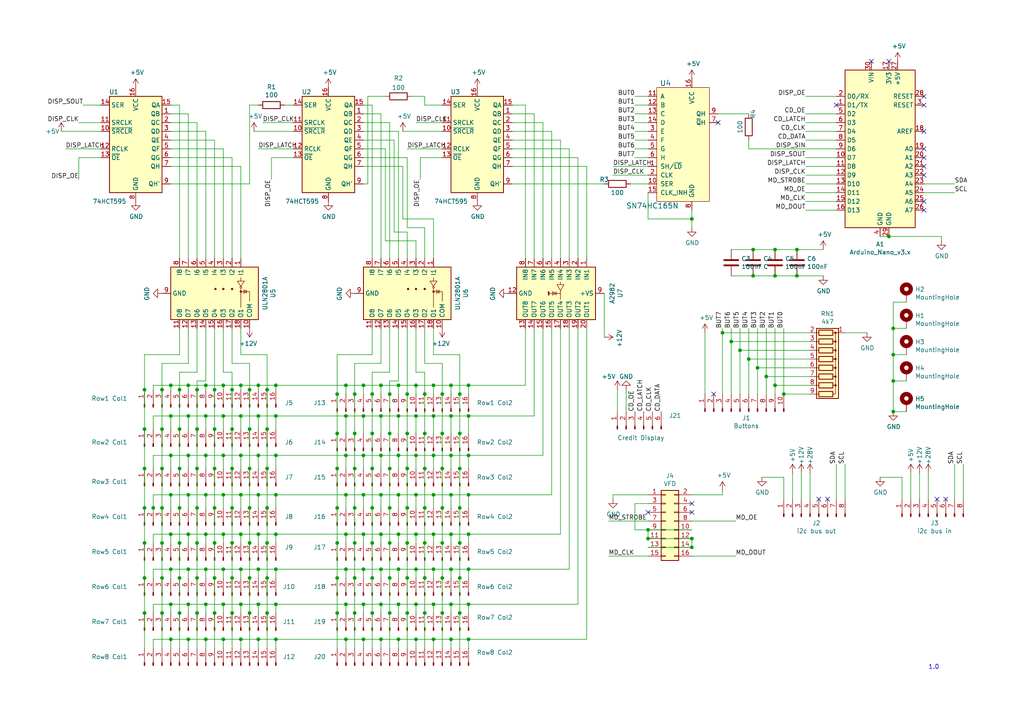
<source format=kicad_sch>
(kicad_sch (version 20211123) (generator eeschema)
  (paper "A4")
  (title_block (title "Anna and Elsa Fruit Machine Display Driver") (date "2019-05-05") (rev "1.0") (company "Woods Amusements"))
  (junction (at 59.69 165.1))
  (junction (at 125.73 132.08))
  (junction (at 62.23 135.89))
  (junction (at 115.57 154.94))
  (junction (at 67.31 147.32))
  (junction (at 123.19 157.48))
  (junction (at 69.85 185.42))
  (junction (at 130.81 120.65))
  (junction (at 41.91 177.8))
  (junction (at 41.91 124.46))
  (junction (at 77.47 157.48))
  (junction (at 123.19 135.89))
  (junction (at 102.87 125.73))
  (junction (at 115.57 165.1))
  (junction (at 130.81 111.76))
  (junction (at 69.85 132.08))
  (junction (at 41.91 147.32))
  (junction (at 41.91 167.64))
  (junction (at 135.89 120.65))
  (junction (at 133.35 125.73))
  (junction (at 54.61 185.42))
  (junction (at 219.71 106.68))
  (junction (at 105.41 175.26))
  (junction (at 128.27 114.3))
  (junction (at 115.57 143.51))
  (junction (at 118.11 167.64))
  (junction (at 46.99 157.48))
  (junction (at 125.73 120.65))
  (junction (at 118.11 114.3))
  (junction (at 110.49 165.1))
  (junction (at 74.93 154.94))
  (junction (at 52.07 177.8))
  (junction (at 102.87 167.64))
  (junction (at 97.79 167.64))
  (junction (at 77.47 167.64))
  (junction (at 105.41 185.42))
  (junction (at 125.73 143.51))
  (junction (at 107.95 147.32))
  (junction (at 77.47 147.32))
  (junction (at 49.53 165.1))
  (junction (at 110.49 154.94))
  (junction (at 135.89 132.08))
  (junction (at 74.93 111.76))
  (junction (at 115.57 120.65))
  (junction (at 257.81 68.58))
  (junction (at 120.65 132.08))
  (junction (at 74.93 165.1))
  (junction (at 54.61 154.94))
  (junction (at 133.35 147.32))
  (junction (at 217.17 104.14))
  (junction (at 80.01 175.26))
  (junction (at 227.33 114.3))
  (junction (at 224.79 80.01))
  (junction (at 128.27 177.8))
  (junction (at 67.31 135.89))
  (junction (at 52.07 167.64))
  (junction (at 125.73 154.94))
  (junction (at 72.39 177.8))
  (junction (at 135.89 154.94))
  (junction (at 102.87 135.89))
  (junction (at 69.85 120.65))
  (junction (at 80.01 132.08))
  (junction (at 62.23 157.48))
  (junction (at 74.93 185.42))
  (junction (at 128.27 135.89))
  (junction (at 200.66 156.21))
  (junction (at 64.77 165.1))
  (junction (at 59.69 154.94))
  (junction (at 130.81 175.26))
  (junction (at 118.11 147.32))
  (junction (at 123.19 114.3))
  (junction (at 130.81 143.51))
  (junction (at 128.27 125.73))
  (junction (at 52.07 113.03))
  (junction (at 123.19 177.8))
  (junction (at 64.77 132.08))
  (junction (at 110.49 143.51))
  (junction (at 97.79 147.32))
  (junction (at 80.01 185.42))
  (junction (at 57.15 147.32))
  (junction (at 130.81 185.42))
  (junction (at 120.65 120.65))
  (junction (at 102.87 157.48))
  (junction (at 46.99 135.89))
  (junction (at 231.14 80.01))
  (junction (at 41.91 113.03))
  (junction (at 125.73 111.76))
  (junction (at 64.77 111.76))
  (junction (at 130.81 154.94))
  (junction (at 52.07 157.48))
  (junction (at 133.35 167.64))
  (junction (at 64.77 185.42))
  (junction (at 69.85 165.1))
  (junction (at 49.53 175.26))
  (junction (at 259.08 119.38))
  (junction (at 100.33 111.76))
  (junction (at 46.99 177.8))
  (junction (at 187.96 153.67))
  (junction (at 57.15 113.03))
  (junction (at 67.31 157.48))
  (junction (at 113.03 114.3))
  (junction (at 107.95 125.73))
  (junction (at 259.08 95.25))
  (junction (at 135.89 165.1))
  (junction (at 62.23 113.03))
  (junction (at 118.11 135.89))
  (junction (at 105.41 120.65))
  (junction (at 120.65 165.1))
  (junction (at 113.03 135.89))
  (junction (at 200.66 158.75))
  (junction (at 118.11 125.73))
  (junction (at 135.89 185.42))
  (junction (at 105.41 154.94))
  (junction (at 212.09 99.06))
  (junction (at 57.15 135.89))
  (junction (at 67.31 167.64))
  (junction (at 259.08 102.87))
  (junction (at 67.31 177.8))
  (junction (at 54.61 175.26))
  (junction (at 120.65 143.51))
  (junction (at 113.03 177.8))
  (junction (at 105.41 165.1))
  (junction (at 77.47 177.8))
  (junction (at 133.35 157.48))
  (junction (at 123.19 167.64))
  (junction (at 100.33 132.08))
  (junction (at 49.53 132.08))
  (junction (at 74.93 143.51))
  (junction (at 59.69 120.65))
  (junction (at 64.77 154.94))
  (junction (at 120.65 111.76))
  (junction (at 120.65 175.26))
  (junction (at 54.61 120.65))
  (junction (at 135.89 111.76))
  (junction (at 200.66 63.5))
  (junction (at 69.85 143.51))
  (junction (at 46.99 113.03))
  (junction (at 107.95 135.89))
  (junction (at 54.61 165.1))
  (junction (at 74.93 120.65))
  (junction (at 218.44 72.39))
  (junction (at 110.49 120.65))
  (junction (at 64.77 120.65))
  (junction (at 62.23 177.8))
  (junction (at 49.53 143.51))
  (junction (at 209.55 96.52))
  (junction (at 97.79 177.8))
  (junction (at 97.79 114.3))
  (junction (at 72.39 135.89))
  (junction (at 57.15 124.46))
  (junction (at 67.31 113.03))
  (junction (at 59.69 111.76))
  (junction (at 259.08 110.49))
  (junction (at 123.19 125.73))
  (junction (at 100.33 120.65))
  (junction (at 123.19 147.32))
  (junction (at 135.89 143.51))
  (junction (at 222.25 109.22))
  (junction (at 133.35 135.89))
  (junction (at 125.73 165.1))
  (junction (at 62.23 147.32))
  (junction (at 135.89 175.26))
  (junction (at 110.49 185.42))
  (junction (at 54.61 143.51))
  (junction (at 128.27 167.64))
  (junction (at 214.63 101.6))
  (junction (at 80.01 143.51))
  (junction (at 80.01 111.76))
  (junction (at 49.53 154.94))
  (junction (at 113.03 167.64))
  (junction (at 57.15 167.64))
  (junction (at 97.79 157.48))
  (junction (at 128.27 157.48))
  (junction (at 57.15 157.48))
  (junction (at 59.69 175.26))
  (junction (at 80.01 120.65))
  (junction (at 113.03 157.48))
  (junction (at 72.39 167.64))
  (junction (at 49.53 111.76))
  (junction (at 52.07 135.89))
  (junction (at 49.53 120.65))
  (junction (at 110.49 111.76))
  (junction (at 115.57 175.26))
  (junction (at 100.33 175.26))
  (junction (at 115.57 132.08))
  (junction (at 110.49 132.08))
  (junction (at 107.95 157.48))
  (junction (at 100.33 154.94))
  (junction (at 80.01 154.94))
  (junction (at 100.33 143.51))
  (junction (at 46.99 167.64))
  (junction (at 97.79 125.73))
  (junction (at 69.85 175.26))
  (junction (at 113.03 147.32))
  (junction (at 72.39 124.46))
  (junction (at 64.77 143.51))
  (junction (at 77.47 124.46))
  (junction (at 52.07 124.46))
  (junction (at 100.33 165.1))
  (junction (at 74.93 132.08))
  (junction (at 130.81 132.08))
  (junction (at 133.35 177.8))
  (junction (at 107.95 167.64))
  (junction (at 69.85 154.94))
  (junction (at 187.96 156.21))
  (junction (at 41.91 135.89))
  (junction (at 218.44 80.01))
  (junction (at 100.33 185.42))
  (junction (at 125.73 175.26))
  (junction (at 128.27 147.32))
  (junction (at 59.69 132.08))
  (junction (at 54.61 111.76))
  (junction (at 105.41 132.08))
  (junction (at 133.35 114.3))
  (junction (at 41.91 157.48))
  (junction (at 46.99 147.32))
  (junction (at 44.45 147.32))
  (junction (at 120.65 185.42))
  (junction (at 107.95 114.3))
  (junction (at 105.41 143.51))
  (junction (at 52.07 147.32))
  (junction (at 118.11 157.48))
  (junction (at 102.87 177.8))
  (junction (at 105.41 111.76))
  (junction (at 125.73 185.42))
  (junction (at 118.11 177.8))
  (junction (at 115.57 185.42))
  (junction (at 54.61 132.08))
  (junction (at 113.03 125.73))
  (junction (at 59.69 143.51))
  (junction (at 107.95 177.8))
  (junction (at 102.87 147.32))
  (junction (at 224.79 72.39))
  (junction (at 67.31 124.46))
  (junction (at 120.65 154.94))
  (junction (at 59.69 185.42))
  (junction (at 97.79 135.89))
  (junction (at 62.23 124.46))
  (junction (at 110.49 175.26))
  (junction (at 72.39 157.48))
  (junction (at 69.85 111.76))
  (junction (at 77.47 113.03))
  (junction (at 64.77 175.26))
  (junction (at 72.39 147.32))
  (junction (at 46.99 124.46))
  (junction (at 72.39 113.03))
  (junction (at 74.93 175.26))
  (junction (at 57.15 177.8))
  (junction (at 49.53 185.42))
  (junction (at 231.14 72.39))
  (junction (at 224.79 111.76))
  (junction (at 130.81 165.1))
  (junction (at 115.57 111.76))
  (junction (at 62.23 167.64))
  (junction (at 80.01 165.1))
  (junction (at 102.87 114.3))
  (junction (at 77.47 135.89))
  (no_connect (at 267.97 43.18))
  (no_connect (at 208.28 35.56))
  (no_connect (at 187.96 148.59))
  (no_connect (at 267.97 58.42))
  (no_connect (at 274.32 144.78))
  (no_connect (at 267.97 50.8))
  (no_connect (at 257.81 17.78))
  (no_connect (at 207.01 114.3))
  (no_connect (at 267.97 38.1))
  (no_connect (at 252.73 17.78))
  (no_connect (at 240.03 144.78))
  (no_connect (at 271.78 144.78))
  (no_connect (at 267.97 30.48))
  (no_connect (at 200.66 148.59))
  (no_connect (at 200.66 146.05))
  (no_connect (at 267.97 45.72))
  (no_connect (at 267.97 60.96))
  (no_connect (at 267.97 48.26))
  (no_connect (at 237.49 144.78))
  (no_connect (at 242.57 30.48))
  (no_connect (at 267.97 27.94))
  (wire (pts (xy 74.93 43.18) (xy 85.09 43.18)))
  (wire (pts (xy 200.66 143.51) (xy 209.55 143.51)))
  (wire (pts (xy 184.15 40.64) (xy 187.96 40.64)))
  (wire (pts (xy 57.15 107.95) (xy 52.07 107.95)))
  (wire (pts (xy 107.95 167.64) (xy 107.95 177.8)))
  (wire (pts (xy 100.33 120.65) (xy 100.33 125.73)))
  (wire (pts (xy 118.11 114.3) (xy 118.11 125.73)))
  (wire (pts (xy 118.11 135.89) (xy 118.11 147.32)))
  (wire (pts (xy 52.07 107.95) (xy 52.07 113.03)))
  (wire (pts (xy 234.95 101.6) (xy 214.63 101.6)))
  (wire (pts (xy 255.27 68.58) (xy 257.81 68.58)))
  (wire (pts (xy 231.14 80.01) (xy 238.76 80.01)))
  (wire (pts (xy 49.53 33.02) (xy 54.61 33.02)))
  (wire (pts (xy 184.15 43.18) (xy 187.96 43.18)))
  (wire (pts (xy 130.81 111.76) (xy 135.89 111.76)))
  (wire (pts (xy 105.41 35.56) (xy 113.03 35.56)))
  (wire (pts (xy 262.89 95.25) (xy 259.08 95.25)))
  (wire (pts (xy 54.61 154.94) (xy 54.61 157.48)))
  (wire (pts (xy 130.81 132.08) (xy 130.81 135.89)))
  (wire (pts (xy 41.91 113.03) (xy 41.91 124.46)))
  (wire (pts (xy 64.77 175.26) (xy 64.77 177.8)))
  (wire (pts (xy 115.57 185.42) (xy 110.49 185.42)))
  (wire (pts (xy 64.77 43.18) (xy 64.77 74.93)))
  (wire (pts (xy 128.27 45.72) (xy 121.92 45.72)))
  (wire (pts (xy 224.79 111.76) (xy 224.79 114.3)))
  (wire (pts (xy 97.79 157.48) (xy 97.79 167.64)))
  (wire (pts (xy 123.19 107.95) (xy 123.19 114.3)))
  (wire (pts (xy 74.93 120.65) (xy 80.01 120.65)))
  (wire (pts (xy 113.03 135.89) (xy 113.03 147.32)))
  (wire (pts (xy 130.81 185.42) (xy 135.89 185.42)))
  (wire (pts (xy 46.99 167.64) (xy 46.99 177.8)))
  (wire (pts (xy 54.61 132.08) (xy 54.61 135.89)))
  (wire (pts (xy 133.35 135.89) (xy 133.35 147.32)))
  (wire (pts (xy 125.73 175.26) (xy 125.73 177.8)))
  (wire (pts (xy 160.02 95.25) (xy 160.02 143.51)))
  (wire (pts (xy 69.85 120.65) (xy 74.93 120.65)))
  (wire (pts (xy 200.66 63.5) (xy 200.66 66.04)))
  (wire (pts (xy 72.39 113.03) (xy 72.39 124.46)))
  (wire (pts (xy 113.03 157.48) (xy 113.03 167.64)))
  (wire (pts (xy 72.39 157.48) (xy 72.39 167.64)))
  (wire (pts (xy 217.17 43.18) (xy 242.57 43.18)))
  (wire (pts (xy 74.93 175.26) (xy 74.93 177.8)))
  (wire (pts (xy 80.01 165.1) (xy 74.93 165.1)))
  (wire (pts (xy 41.91 102.87) (xy 41.91 113.03)))
  (wire (pts (xy 110.49 185.42) (xy 110.49 187.96)))
  (wire (pts (xy 64.77 111.76) (xy 69.85 111.76)))
  (wire (pts (xy 59.69 143.51) (xy 59.69 147.32)))
  (wire (pts (xy 100.33 165.1) (xy 100.33 167.64)))
  (wire (pts (xy 123.19 27.94) (xy 123.19 30.48)))
  (wire (pts (xy 105.41 143.51) (xy 110.49 143.51)))
  (wire (pts (xy 105.41 33.02) (xy 110.49 33.02)))
  (wire (pts (xy 49.53 48.26) (xy 69.85 48.26)))
  (wire (pts (xy 233.68 58.42) (xy 242.57 58.42)))
  (wire (pts (xy 182.88 53.34) (xy 187.96 53.34)))
  (wire (pts (xy 118.11 157.48) (xy 118.11 167.64)))
  (wire (pts (xy 82.55 30.48) (xy 85.09 30.48)))
  (wire (pts (xy 130.81 143.51) (xy 135.89 143.51)))
  (wire (pts (xy 110.49 111.76) (xy 110.49 114.3)))
  (wire (pts (xy 130.81 143.51) (xy 130.81 147.32)))
  (wire (pts (xy 233.68 45.72) (xy 242.57 45.72)))
  (wire (pts (xy 266.7 137.16) (xy 266.7 144.78)))
  (wire (pts (xy 184.15 146.05) (xy 187.96 146.05)))
  (wire (pts (xy 59.69 185.42) (xy 59.69 187.96)))
  (wire (pts (xy 59.69 165.1) (xy 59.69 167.64)))
  (wire (pts (xy 64.77 132.08) (xy 69.85 132.08)))
  (wire (pts (xy 46.99 147.32) (xy 46.99 157.48)))
  (wire (pts (xy 67.31 147.32) (xy 67.31 157.48)))
  (wire (pts (xy 54.61 95.25) (xy 54.61 105.41)))
  (wire (pts (xy 111.76 43.18) (xy 111.76 69.85)))
  (wire (pts (xy 213.36 161.29) (xy 200.66 161.29)))
  (wire (pts (xy 120.65 154.94) (xy 120.65 157.48)))
  (wire (pts (xy 120.65 69.85) (xy 120.65 74.93)))
  (wire (pts (xy 125.73 165.1) (xy 120.65 165.1)))
  (wire (pts (xy 64.77 154.94) (xy 64.77 157.48)))
  (wire (pts (xy 276.86 53.34) (xy 267.97 53.34)))
  (wire (pts (xy 209.55 95.25) (xy 209.55 96.52)))
  (wire (pts (xy 165.1 95.25) (xy 165.1 165.1)))
  (wire (pts (xy 115.57 132.08) (xy 115.57 135.89)))
  (wire (pts (xy 218.44 80.01) (xy 224.79 80.01)))
  (wire (pts (xy 176.53 161.29) (xy 187.96 161.29)))
  (wire (pts (xy 212.09 99.06) (xy 212.09 114.3)))
  (wire (pts (xy 64.77 120.65) (xy 69.85 120.65)))
  (wire (pts (xy 49.53 185.42) (xy 49.53 187.96)))
  (wire (pts (xy 80.01 165.1) (xy 80.01 167.64)))
  (wire (pts (xy 115.57 111.76) (xy 115.57 114.3)))
  (wire (pts (xy 54.61 185.42) (xy 49.53 185.42)))
  (wire (pts (xy 118.11 167.64) (xy 118.11 177.8)))
  (wire (pts (xy 222.25 109.22) (xy 222.25 114.3)))
  (wire (pts (xy 135.89 111.76) (xy 135.89 114.3)))
  (wire (pts (xy 133.35 125.73) (xy 133.35 135.89)))
  (wire (pts (xy 54.61 165.1) (xy 49.53 165.1)))
  (wire (pts (xy 69.85 102.87) (xy 77.47 102.87)))
  (wire (pts (xy 133.35 102.87) (xy 133.35 114.3)))
  (wire (pts (xy 46.99 105.41) (xy 46.99 113.03)))
  (wire (pts (xy 46.99 177.8) (xy 46.99 187.96)))
  (wire (pts (xy 212.09 80.01) (xy 218.44 80.01)))
  (wire (pts (xy 187.96 153.67) (xy 200.66 153.67)))
  (wire (pts (xy 125.73 111.76) (xy 130.81 111.76)))
  (wire (pts (xy 49.53 143.51) (xy 49.53 147.32)))
  (wire (pts (xy 115.57 185.42) (xy 115.57 187.96)))
  (wire (pts (xy 152.4 111.76) (xy 135.89 111.76)))
  (wire (pts (xy 49.53 111.76) (xy 54.61 111.76)))
  (wire (pts (xy 107.95 114.3) (xy 107.95 125.73)))
  (wire (pts (xy 107.95 135.89) (xy 107.95 147.32)))
  (wire (pts (xy 105.41 30.48) (xy 107.95 30.48)))
  (wire (pts (xy 57.15 157.48) (xy 57.15 167.64)))
  (wire (pts (xy 209.55 143.51) (xy 209.55 142.24)))
  (wire (pts (xy 64.77 143.51) (xy 69.85 143.51)))
  (wire (pts (xy 54.61 175.26) (xy 49.53 175.26)))
  (wire (pts (xy 130.81 132.08) (xy 135.89 132.08)))
  (wire (pts (xy 227.33 95.25) (xy 227.33 114.3)))
  (wire (pts (xy 44.45 124.46) (xy 44.45 120.65)))
  (wire (pts (xy 80.01 175.26) (xy 74.93 175.26)))
  (wire (pts (xy 259.08 119.38) (xy 262.89 119.38)))
  (wire (pts (xy 264.16 137.16) (xy 264.16 144.78)))
  (wire (pts (xy 224.79 95.25) (xy 224.79 111.76)))
  (wire (pts (xy 135.89 143.51) (xy 160.02 143.51)))
  (wire (pts (xy 102.87 177.8) (xy 102.87 187.96)))
  (wire (pts (xy 69.85 165.1) (xy 64.77 165.1)))
  (wire (pts (xy 105.41 154.94) (xy 100.33 154.94)))
  (wire (pts (xy 123.19 105.41) (xy 128.27 105.41)))
  (wire (pts (xy 224.79 80.01) (xy 231.14 80.01)))
  (wire (pts (xy 123.19 125.73) (xy 123.19 135.89)))
  (wire (pts (xy 52.07 177.8) (xy 52.07 187.96)))
  (wire (pts (xy 233.68 35.56) (xy 242.57 35.56)))
  (wire (pts (xy 212.09 72.39) (xy 218.44 72.39)))
  (wire (pts (xy 187.96 158.75) (xy 200.66 158.75)))
  (wire (pts (xy 54.61 120.65) (xy 59.69 120.65)))
  (wire (pts (xy 69.85 154.94) (xy 64.77 154.94)))
  (wire (pts (xy 44.45 167.64) (xy 44.45 165.1)))
  (wire (pts (xy 67.31 135.89) (xy 67.31 147.32)))
  (wire (pts (xy 276.86 134.62) (xy 276.86 144.78)))
  (wire (pts (xy 214.63 101.6) (xy 214.63 114.3)))
  (wire (pts (xy 59.69 175.26) (xy 54.61 175.26)))
  (wire (pts (xy 187.96 156.21) (xy 187.96 153.67)))
  (wire (pts (xy 106.68 27.94) (xy 106.68 53.34)))
  (wire (pts (xy 105.41 165.1) (xy 105.41 167.64)))
  (wire (pts (xy 120.65 132.08) (xy 120.65 135.89)))
  (wire (pts (xy 105.41 120.65) (xy 105.41 125.73)))
  (wire (pts (xy 72.39 30.48) (xy 74.93 30.48)))
  (wire (pts (xy 100.33 154.94) (xy 80.01 154.94)))
  (wire (pts (xy 105.41 111.76) (xy 110.49 111.76)))
  (wire (pts (xy 279.4 134.62) (xy 279.4 144.78)))
  (wire (pts (xy 74.93 154.94) (xy 74.93 157.48)))
  (wire (pts (xy 74.93 175.26) (xy 69.85 175.26)))
  (wire (pts (xy 105.41 185.42) (xy 100.33 185.42)))
  (wire (pts (xy 74.93 132.08) (xy 80.01 132.08)))
  (wire (pts (xy 97.79 167.64) (xy 97.79 177.8)))
  (wire (pts (xy 69.85 175.26) (xy 69.85 177.8)))
  (wire (pts (xy 184.15 35.56) (xy 187.96 35.56)))
  (wire (pts (xy 105.41 45.72) (xy 118.11 45.72)))
  (wire (pts (xy 57.15 177.8) (xy 57.15 187.96)))
  (wire (pts (xy 54.61 120.65) (xy 54.61 124.46)))
  (wire (pts (xy 130.81 154.94) (xy 125.73 154.94)))
  (wire (pts (xy 49.53 175.26) (xy 49.53 177.8)))
  (wire (pts (xy 115.57 143.51) (xy 120.65 143.51)))
  (wire (pts (xy 135.89 154.94) (xy 135.89 157.48)))
  (wire (pts (xy 100.33 111.76) (xy 105.41 111.76)))
  (wire (pts (xy 177.8 48.26) (xy 187.96 48.26)))
  (wire (pts (xy 52.07 135.89) (xy 52.07 147.32)))
  (wire (pts (xy 69.85 132.08) (xy 69.85 135.89)))
  (wire (pts (xy 217.17 95.25) (xy 217.17 104.14)))
  (wire (pts (xy 77.47 157.48) (xy 77.47 167.64)))
  (wire (pts (xy 234.95 144.78) (xy 234.95 137.16)))
  (wire (pts (xy 234.95 99.06) (xy 212.09 99.06)))
  (wire (pts (xy 80.01 132.08) (xy 100.33 132.08)))
  (wire (pts (xy 64.77 165.1) (xy 59.69 165.1)))
  (wire (pts (xy 59.69 38.1) (xy 59.69 74.93)))
  (wire (pts (xy 269.24 144.78) (xy 269.24 137.16)))
  (wire (pts (xy 135.89 154.94) (xy 130.81 154.94)))
  (wire (pts (xy 125.73 120.65) (xy 125.73 125.73)))
  (wire (pts (xy 222.25 95.25) (xy 222.25 109.22)))
  (wire (pts (xy 62.23 167.64) (xy 62.23 177.8)))
  (wire (pts (xy 204.47 96.52) (xy 204.47 114.3)))
  (wire (pts (xy 59.69 132.08) (xy 59.69 135.89)))
  (wire (pts (xy 187.96 63.5) (xy 200.66 63.5)))
  (wire (pts (xy 113.03 107.95) (xy 107.95 107.95)))
  (wire (pts (xy 44.45 147.32) (xy 44.45 143.51)))
  (wire (pts (xy 57.15 95.25) (xy 57.15 107.95)))
  (wire (pts (xy 120.65 175.26) (xy 120.65 177.8)))
  (wire (pts (xy 57.15 35.56) (xy 57.15 74.93)))
  (wire (pts (xy 49.53 38.1) (xy 59.69 38.1)))
  (wire (pts (xy 80.01 120.65) (xy 100.33 120.65)))
  (wire (pts (xy 276.86 55.88) (xy 267.97 55.88)))
  (wire (pts (xy 120.65 95.25) (xy 120.65 107.95)))
  (wire (pts (xy 133.35 177.8) (xy 133.35 187.96)))
  (wire (pts (xy 77.47 124.46) (xy 77.47 135.89)))
  (wire (pts (xy 17.78 38.1) (xy 29.21 38.1)))
  (wire (pts (xy 49.53 35.56) (xy 57.15 35.56)))
  (wire (pts (xy 110.49 143.51) (xy 115.57 143.51)))
  (wire (pts (xy 105.41 132.08) (xy 105.41 135.89)))
  (wire (pts (xy 69.85 154.94) (xy 69.85 157.48)))
  (wire (pts (xy 125.73 154.94) (xy 125.73 157.48)))
  (wire (pts (xy 67.31 113.03) (xy 67.31 124.46)))
  (wire (pts (xy 184.15 153.67) (xy 184.15 146.05)))
  (wire (pts (xy 72.39 53.34) (xy 72.39 30.48)))
  (wire (pts (xy 110.49 132.08) (xy 115.57 132.08)))
  (wire (pts (xy 123.19 30.48) (xy 128.27 30.48)))
  (wire (pts (xy 118.11 177.8) (xy 118.11 187.96)))
  (wire (pts (xy 44.45 135.89) (xy 44.45 132.08)))
  (wire (pts (xy 74.93 143.51) (xy 80.01 143.51)))
  (wire (pts (xy 80.01 111.76) (xy 100.33 111.76)))
  (wire (pts (xy 125.73 185.42) (xy 130.81 185.42)))
  (wire (pts (xy 187.96 156.21) (xy 200.66 156.21)))
  (wire (pts (xy 125.73 111.76) (xy 125.73 114.3)))
  (wire (pts (xy 67.31 95.25) (xy 67.31 105.41)))
  (wire (pts (xy 100.33 120.65) (xy 105.41 120.65)))
  (wire (pts (xy 102.87 167.64) (xy 102.87 177.8)))
  (wire (pts (xy 49.53 53.34) (xy 72.39 53.34)))
  (wire (pts (xy 209.55 96.52) (xy 209.55 114.3)))
  (wire (pts (xy 125.73 95.25) (xy 125.73 102.87)))
  (wire (pts (xy 110.49 154.94) (xy 105.41 154.94)))
  (wire (pts (xy 187.96 55.88) (xy 187.96 63.5)))
  (wire (pts (xy 107.95 177.8) (xy 107.95 187.96)))
  (wire (pts (xy 115.57 110.49) (xy 113.03 110.49)))
  (wire (pts (xy 115.57 111.76) (xy 120.65 111.76)))
  (wire (pts (xy 125.73 132.08) (xy 125.73 135.89)))
  (wire (pts (xy 57.15 135.89) (xy 57.15 147.32)))
  (wire (pts (xy 107.95 102.87) (xy 97.79 102.87)))
  (wire (pts (xy 41.91 135.89) (xy 41.91 147.32)))
  (wire (pts (xy 64.77 107.95) (xy 67.31 107.95)))
  (wire (pts (xy 148.59 38.1) (xy 160.02 38.1)))
  (wire (pts (xy 259.08 95.25) (xy 259.08 102.87)))
  (wire (pts (xy 128.27 125.73) (xy 128.27 135.89)))
  (wire (pts (xy 107.95 125.73) (xy 107.95 135.89)))
  (wire (pts (xy 100.33 143.51) (xy 105.41 143.51)))
  (wire (pts (xy 130.81 175.26) (xy 130.81 177.8)))
  (wire (pts (xy 67.31 167.64) (xy 67.31 177.8)))
  (wire (pts (xy 62.23 40.64) (xy 62.23 74.93)))
  (wire (pts (xy 135.89 175.26) (xy 135.89 177.8)))
  (wire (pts (xy 46.99 124.46) (xy 46.99 135.89)))
  (wire (pts (xy 148.59 53.34) (xy 175.26 53.34)))
  (wire (pts (xy 224.79 72.39) (xy 231.14 72.39)))
  (wire (pts (xy 77.47 113.03) (xy 77.47 124.46)))
  (wire (pts (xy 107.95 157.48) (xy 107.95 167.64)))
  (wire (pts (xy 165.1 43.18) (xy 165.1 74.93)))
  (wire (pts (xy 133.35 114.3) (xy 133.35 125.73)))
  (wire (pts (xy 135.89 165.1) (xy 130.81 165.1)))
  (wire (pts (xy 110.49 111.76) (xy 115.57 111.76)))
  (wire (pts (xy 123.19 147.32) (xy 123.19 157.48)))
  (wire (pts (xy 74.93 185.42) (xy 69.85 185.42)))
  (wire (pts (xy 59.69 175.26) (xy 59.69 177.8)))
  (wire (pts (xy 233.68 55.88) (xy 242.57 55.88)))
  (wire (pts (xy 62.23 135.89) (xy 62.23 147.32)))
  (wire (pts (xy 107.95 95.25) (xy 107.95 102.87)))
  (wire (pts (xy 49.53 43.18) (xy 64.77 43.18)))
  (wire (pts (xy 69.85 175.26) (xy 64.77 175.26)))
  (wire (pts (xy 44.45 120.65) (xy 49.53 120.65)))
  (wire (pts (xy 217.17 104.14) (xy 217.17 114.3)))
  (wire (pts (xy 128.27 147.32) (xy 128.27 157.48)))
  (wire (pts (xy 128.27 135.89) (xy 128.27 147.32)))
  (wire (pts (xy 120.65 111.76) (xy 125.73 111.76)))
  (wire (pts (xy 52.07 95.25) (xy 52.07 102.87)))
  (wire (pts (xy 64.77 185.42) (xy 64.77 187.96)))
  (wire (pts (xy 105.41 132.08) (xy 110.49 132.08)))
  (wire (pts (xy 97.79 177.8) (xy 97.79 187.96)))
  (wire (pts (xy 54.61 132.08) (xy 59.69 132.08)))
  (wire (pts (xy 100.33 165.1) (xy 80.01 165.1)))
  (wire (pts (xy 72.39 177.8) (xy 72.39 187.96)))
  (wire (pts (xy 100.33 132.08) (xy 105.41 132.08)))
  (wire (pts (xy 130.81 120.65) (xy 130.81 125.73)))
  (wire (pts (xy 44.45 113.03) (xy 44.45 111.76)))
  (wire (pts (xy 105.41 175.26) (xy 105.41 177.8)))
  (wire (pts (xy 232.41 137.16) (xy 232.41 144.78)))
  (wire (pts (xy 49.53 40.64) (xy 62.23 40.64)))
  (wire (pts (xy 234.95 111.76) (xy 224.79 111.76)))
  (wire (pts (xy 54.61 185.42) (xy 54.61 187.96)))
  (wire (pts (xy 73.66 38.1) (xy 85.09 38.1)))
  (wire (pts (xy 234.95 96.52) (xy 209.55 96.52)))
  (wire (pts (xy 110.49 165.1) (xy 105.41 165.1)))
  (wire (pts (xy 49.53 165.1) (xy 49.53 167.64)))
  (wire (pts (xy 80.01 185.42) (xy 80.01 187.96)))
  (wire (pts (xy 44.45 154.94) (xy 49.53 154.94)))
  (wire (pts (xy 116.84 38.1) (xy 128.27 38.1)))
  (wire (pts (xy 259.08 102.87) (xy 259.08 110.49)))
  (wire (pts (xy 77.47 102.87) (xy 77.47 113.03)))
  (wire (pts (xy 52.07 147.32) (xy 52.07 157.48)))
  (wire (pts (xy 69.85 111.76) (xy 69.85 113.03)))
  (wire (pts (xy 135.89 132.08) (xy 135.89 135.89)))
  (wire (pts (xy 110.49 154.94) (xy 110.49 157.48)))
  (wire (pts (xy 69.85 95.25) (xy 69.85 102.87)))
  (wire (pts (xy 100.33 175.26) (xy 100.33 177.8)))
  (wire (pts (xy 59.69 154.94) (xy 54.61 154.94)))
  (wire (pts (xy 130.81 111.76) (xy 130.81 114.3)))
  (wire (pts (xy 49.53 132.08) (xy 49.53 135.89)))
  (wire (pts (xy 80.01 132.08) (xy 80.01 135.89)))
  (wire (pts (xy 115.57 38.1) (xy 115.57 74.93)))
  (wire (pts (xy 72.39 105.41) (xy 72.39 113.03)))
  (wire (pts (xy 115.57 165.1) (xy 110.49 165.1)))
  (wire (pts (xy 128.27 167.64) (xy 128.27 177.8)))
  (wire (pts (xy 135.89 185.42) (xy 170.18 185.42)))
  (wire (pts (xy 69.85 143.51) (xy 69.85 147.32)))
  (wire (pts (xy 130.81 165.1) (xy 125.73 165.1)))
  (wire (pts (xy 105.41 40.64) (xy 114.3 40.64)))
  (wire (pts (xy 119.38 27.94) (xy 123.19 27.94)))
  (wire (pts (xy 41.91 167.64) (xy 41.91 177.8)))
  (wire (pts (xy 148.59 45.72) (xy 167.64 45.72)))
  (wire (pts (xy 22.86 35.56) (xy 29.21 35.56)))
  (wire (pts (xy 57.15 110.49) (xy 57.15 113.03)))
  (wire (pts (xy 214.63 95.25) (xy 214.63 101.6)))
  (wire (pts (xy 123.19 135.89) (xy 123.19 147.32)))
  (wire (pts (xy 100.33 132.08) (xy 100.33 135.89)))
  (wire (pts (xy 62.23 124.46) (xy 62.23 135.89)))
  (wire (pts (xy 110.49 120.65) (xy 115.57 120.65)))
  (wire (pts (xy 128.27 114.3) (xy 128.27 125.73)))
  (wire (pts (xy 100.33 143.51) (xy 100.33 147.32)))
  (wire (pts (xy 212.09 95.25) (xy 212.09 99.06)))
  (wire (pts (xy 128.27 177.8) (xy 128.27 187.96)))
  (wire (pts (xy 110.49 185.42) (xy 105.41 185.42)))
  (wire (pts (xy 69.85 165.1) (xy 69.85 167.64)))
  (wire (pts (xy 54.61 175.26) (xy 54.61 177.8)))
  (wire (pts (xy 57.15 167.64) (xy 57.15 177.8)))
  (wire (pts (xy 52.07 167.64) (xy 52.07 177.8)))
  (wire (pts (xy 102.87 125.73) (xy 102.87 135.89)))
  (wire (pts (xy 130.81 120.65) (xy 135.89 120.65)))
  (wire (pts (xy 59.69 120.65) (xy 59.69 124.46)))
  (wire (pts (xy 125.73 185.42) (xy 125.73 187.96)))
  (wire (pts (xy 234.95 109.22) (xy 222.25 109.22)))
  (wire (pts (xy 41.91 157.48) (xy 41.91 167.64)))
  (wire (pts (xy 59.69 185.42) (xy 54.61 185.42)))
  (wire (pts (xy 170.18 95.25) (xy 170.18 185.42)))
  (wire (pts (xy 67.31 124.46) (xy 67.31 135.89)))
  (wire (pts (xy 123.19 95.25) (xy 123.19 105.41)))
  (wire (pts (xy 113.03 110.49) (xy 113.03 114.3)))
  (wire (pts (xy 148.59 35.56) (xy 157.48 35.56)))
  (wire (pts (xy 74.93 111.76) (xy 74.93 113.03)))
  (wire (pts (xy 69.85 111.76) (xy 74.93 111.76)))
  (wire (pts (xy 152.4 95.25) (xy 152.4 111.76)))
  (wire (pts (xy 44.45 185.42) (xy 44.45 187.96)))
  (wire (pts (xy 44.45 177.8) (xy 44.45 175.26)))
  (wire (pts (xy 80.01 185.42) (xy 74.93 185.42)))
  (wire (pts (xy 49.53 111.76) (xy 49.53 113.03)))
  (wire (pts (xy 67.31 177.8) (xy 67.31 187.96)))
  (wire (pts (xy 46.99 113.03) (xy 46.99 124.46)))
  (wire (pts (xy 54.61 33.02) (xy 54.61 74.93)))
  (wire (pts (xy 80.01 120.65) (xy 80.01 124.46)))
  (wire (pts (xy 72.39 147.32) (xy 72.39 157.48)))
  (wire (pts (xy 49.53 120.65) (xy 54.61 120.65)))
  (wire (pts (xy 80.01 175.26) (xy 80.01 177.8)))
  (wire (pts (xy 177.8 50.8) (xy 187.96 50.8)))
  (wire (pts (xy 59.69 110.49) (xy 57.15 110.49)))
  (wire (pts (xy 125.73 120.65) (xy 130.81 120.65)))
  (wire (pts (xy 110.49 132.08) (xy 110.49 135.89)))
  (wire (pts (xy 167.64 175.26) (xy 135.89 175.26)))
  (wire (pts (xy 187.96 153.67) (xy 184.15 153.67)))
  (wire (pts (xy 69.85 185.42) (xy 64.77 185.42)))
  (wire (pts (xy 62.23 157.48) (xy 62.23 167.64)))
  (wire (pts (xy 52.07 124.46) (xy 52.07 135.89)))
  (wire (pts (xy 69.85 120.65) (xy 69.85 124.46)))
  (wire (pts (xy 219.71 106.68) (xy 219.71 114.3)))
  (wire (pts (xy 54.61 105.41) (xy 46.99 105.41)))
  (wire (pts (xy 217.17 33.02) (xy 208.28 33.02)))
  (wire (pts (xy 121.92 45.72) (xy 121.92 52.07)))
  (wire (pts (xy 133.35 167.64) (xy 133.35 177.8)))
  (wire (pts (xy 57.15 113.03) (xy 57.15 124.46)))
  (wire (pts (xy 105.41 175.26) (xy 100.33 175.26)))
  (wire (pts (xy 135.89 120.65) (xy 135.89 125.73)))
  (wire (pts (xy 67.31 105.41) (xy 72.39 105.41)))
  (wire (pts (xy 54.61 111.76) (xy 59.69 111.76)))
  (wire (pts (xy 255.27 138.43) (xy 261.62 138.43)))
  (wire (pts (xy 41.91 177.8) (xy 41.91 187.96)))
  (wire (pts (xy 116.84 63.5) (xy 125.73 63.5)))
  (wire (pts (xy 120.65 120.65) (xy 120.65 125.73)))
  (wire (pts (xy 120.65 185.42) (xy 115.57 185.42)))
  (wire (pts (xy 54.61 143.51) (xy 54.61 147.32)))
  (wire (pts (xy 123.19 157.48) (xy 123.19 167.64)))
  (wire (pts (xy 120.65 175.26) (xy 115.57 175.26)))
  (wire (pts (xy 59.69 132.08) (xy 64.77 132.08)))
  (wire (pts (xy 80.01 154.94) (xy 74.93 154.94)))
  (wire (pts (xy 184.15 30.48) (xy 187.96 30.48)))
  (wire (pts (xy 120.65 143.51) (xy 120.65 147.32)))
  (wire (pts (xy 233.68 40.64) (xy 242.57 40.64)))
  (wire (pts (xy 259.08 87.63) (xy 262.89 87.63)))
  (wire (pts (xy 74.93 120.65) (xy 74.93 124.46)))
  (wire (pts (xy 148.59 40.64) (xy 162.56 40.64)))
  (wire (pts (xy 125.73 154.94) (xy 120.65 154.94)))
  (wire (pts (xy 24.13 30.48) (xy 29.21 30.48)))
  (wire (pts (xy 273.05 68.58) (xy 273.05 69.85)))
  (wire (pts (xy 102.87 147.32) (xy 102.87 157.48)))
  (wire (pts (xy 160.02 38.1) (xy 160.02 74.93)))
  (wire (pts (xy 157.48 35.56) (xy 157.48 74.93)))
  (wire (pts (xy 116.84 48.26) (xy 116.84 63.5)))
  (wire (pts (xy 152.4 30.48) (xy 152.4 74.93)))
  (wire (pts (xy 107.95 107.95) (xy 107.95 114.3)))
  (wire (pts (xy 130.81 165.1) (xy 130.81 167.64)))
  (wire (pts (xy 85.09 45.72) (xy 78.74 45.72)))
  (wire (pts (xy 49.53 132.08) (xy 54.61 132.08)))
  (wire (pts (xy 115.57 120.65) (xy 115.57 125.73)))
  (wire (pts (xy 245.11 96.52) (xy 251.46 96.52)))
  (wire (pts (xy 49.53 165.1) (xy 44.45 165.1)))
  (wire (pts (xy 69.85 143.51) (xy 74.93 143.51)))
  (wire (pts (xy 114.3 67.31) (xy 118.11 67.31)))
  (wire (pts (xy 105.41 48.26) (xy 116.84 48.26)))
  (wire (pts (xy 107.95 147.32) (xy 107.95 157.48)))
  (wire (pts (xy 218.44 72.39) (xy 224.79 72.39)))
  (wire (pts (xy 125.73 143.51) (xy 130.81 143.51)))
  (wire (pts (xy 52.07 157.48) (xy 52.07 167.64)))
  (wire (pts (xy 69.85 48.26) (xy 69.85 74.93)))
  (wire (pts (xy 59.69 95.25) (xy 59.69 110.49)))
  (wire (pts (xy 110.49 175.26) (xy 105.41 175.26)))
  (wire (pts (xy 120.65 35.56) (xy 128.27 35.56)))
  (wire (pts (xy 97.79 147.32) (xy 97.79 157.48)))
  (wire (pts (xy 64.77 132.08) (xy 64.77 135.89)))
  (wire (pts (xy 148.59 30.48) (xy 152.4 30.48)))
  (wire (pts (xy 97.79 102.87) (xy 97.79 114.3)))
  (wire (pts (xy 107.95 30.48) (xy 107.95 74.93)))
  (wire (pts (xy 167.64 45.72) (xy 167.64 74.93)))
  (wire (pts (xy 105.41 165.1) (xy 100.33 165.1)))
  (wire (pts (xy 105.41 111.76) (xy 105.41 114.3)))
  (wire (pts (xy 110.49 143.51) (xy 110.49 147.32)))
  (wire (pts (xy 233.68 48.26) (xy 242.57 48.26)))
  (wire (pts (xy 227.33 138.43) (xy 227.33 144.78)))
  (wire (pts (xy 162.56 154.94) (xy 135.89 154.94)))
  (wire (pts (xy 115.57 165.1) (xy 115.57 167.64)))
  (wire (pts (xy 234.95 104.14) (xy 217.17 104.14)))
  (wire (pts (xy 135.89 143.51) (xy 135.89 147.32)))
  (wire (pts (xy 80.01 143.51) (xy 100.33 143.51)))
  (wire (pts (xy 115.57 132.08) (xy 120.65 132.08)))
  (wire (pts (xy 130.81 175.26) (xy 125.73 175.26)))
  (wire (pts (xy 118.11 95.25) (xy 118.11 114.3)))
  (wire (pts (xy 184.15 33.02) (xy 187.96 33.02)))
  (wire (pts (xy 74.93 165.1) (xy 74.93 167.64)))
  (wire (pts (xy 110.49 105.41) (xy 102.87 105.41)))
  (wire (pts (xy 120.65 185.42) (xy 125.73 185.42)))
  (wire (pts (xy 133.35 147.32) (xy 133.35 157.48)))
  (wire (pts (xy 123.19 66.04) (xy 123.19 74.93)))
  (wire (pts (xy 130.81 185.42) (xy 130.81 187.96)))
  (wire (pts (xy 44.45 111.76) (xy 49.53 111.76)))
  (wire (pts (xy 120.65 132.08) (xy 125.73 132.08)))
  (wire (pts (xy 115.57 175.26) (xy 110.49 175.26)))
  (wire (pts (xy 157.48 95.25) (xy 157.48 132.08)))
  (wire (pts (xy 106.68 27.94) (xy 111.76 27.94)))
  (wire (pts (xy 64.77 154.94) (xy 59.69 154.94)))
  (wire (pts (xy 78.74 45.72) (xy 78.74 52.07)))
  (wire (pts (xy 41.91 147.32) (xy 41.91 157.48)))
  (wire (pts (xy 245.11 134.62) (xy 245.11 144.78)))
  (wire (pts (xy 62.23 113.03) (xy 62.23 124.46)))
  (wire (pts (xy 113.03 95.25) (xy 113.03 107.95)))
  (wire (pts (xy 113.03 114.3) (xy 113.03 125.73)))
  (wire (pts (xy 102.87 157.48) (xy 102.87 167.64)))
  (wire (pts (xy 233.68 38.1) (xy 242.57 38.1)))
  (wire (pts (xy 29.21 45.72) (xy 22.86 45.72)))
  (wire (pts (xy 54.61 165.1) (xy 54.61 167.64)))
  (wire (pts (xy 135.89 120.65) (xy 154.94 120.65)))
  (wire (pts (xy 233.68 60.96) (xy 242.57 60.96)))
  (wire (pts (xy 120.65 165.1) (xy 120.65 167.64)))
  (wire (pts (xy 46.99 135.89) (xy 46.99 147.32)))
  (wire (pts (xy 120.65 185.42) (xy 120.65 187.96)))
  (wire (pts (xy 115.57 143.51) (xy 115.57 147.32)))
  (wire (pts (xy 62.23 177.8) (xy 62.23 187.96)))
  (wire (pts (xy 72.39 167.64) (xy 72.39 177.8)))
  (wire (pts (xy 100.33 185.42) (xy 80.01 185.42)))
  (wire (pts (xy 259.08 110.49) (xy 259.08 119.38)))
  (wire (pts (xy 111.76 69.85) (xy 120.65 69.85)))
  (wire (pts (xy 105.41 53.34) (xy 106.68 53.34)))
  (wire (pts (xy 120.65 111.76) (xy 120.65 114.3)))
  (wire (pts (xy 44.45 148.59) (xy 44.45 147.32)))
  (wire (pts (xy 118.11 43.18) (xy 128.27 43.18)))
  (wire (pts (xy 257.81 68.58) (xy 273.05 68.58)))
  (wire (pts (xy 242.57 134.62) (xy 242.57 144.78)))
  (wire (pts (xy 62.23 147.32) (xy 62.23 157.48)))
  (wire (pts (xy 154.94 33.02) (xy 154.94 74.93)))
  (wire (pts (xy 100.33 185.42) (xy 100.33 187.96)))
  (wire (pts (xy 54.61 143.51) (xy 59.69 143.51)))
  (wire (pts (xy 110.49 95.25) (xy 110.49 105.41)))
  (wire (pts (xy 233.68 33.02) (xy 242.57 33.02)))
  (wire (pts (xy 46.99 157.48) (xy 46.99 167.64)))
  (wire (pts (xy 187.96 143.51) (xy 177.8 143.51)))
  (wire (pts (xy 77.47 147.32) (xy 77.47 157.48)))
  (wire (pts (xy 41.91 124.46) (xy 41.91 135.89)))
  (wire (pts (xy 22.86 45.72) (xy 22.86 52.07)))
  (wire (pts (xy 148.59 33.02) (xy 154.94 33.02)))
  (wire (pts (xy 69.85 132.08) (xy 74.93 132.08)))
  (wire (pts (xy 125.73 63.5) (xy 125.73 74.93)))
  (wire (pts (xy 105.41 143.51) (xy 105.41 147.32)))
  (wire (pts (xy 113.03 125.73) (xy 113.03 135.89)))
  (wire (pts (xy 261.62 138.43) (xy 261.62 144.78)))
  (wire (pts (xy 57.15 124.46) (xy 57.15 135.89)))
  (wire (pts (xy 49.53 185.42) (xy 44.45 185.42)))
  (wire (pts (xy 80.01 111.76) (xy 80.01 113.03)))
  (wire (pts (xy 242.57 27.94) (xy 233.68 27.94)))
  (wire (pts (xy 130.81 154.94) (xy 130.81 157.48)))
  (wire (pts (xy 135.89 175.26) (xy 130.81 175.26)))
  (wire (pts (xy 77.47 167.64) (xy 77.47 177.8)))
  (wire (pts (xy 128.27 157.48) (xy 128.27 167.64)))
  (wire (pts (xy 64.77 95.25) (xy 64.77 107.95)))
  (wire (pts (xy 64.77 165.1) (xy 64.77 167.64)))
  (wire (pts (xy 123.19 167.64) (xy 123.19 177.8)))
  (wire (pts (xy 115.57 154.94) (xy 110.49 154.94)))
  (wire (pts (xy 49.53 154.94) (xy 54.61 154.94)))
  (wire (pts (xy 74.93 154.94) (xy 69.85 154.94)))
  (wire (pts (xy 52.07 30.48) (xy 52.07 74.93)))
  (wire (pts (xy 100.33 111.76) (xy 100.33 114.3)))
  (wire (pts (xy 100.33 154.94) (xy 100.33 157.48)))
  (wire (pts (xy 64.77 185.42) (xy 59.69 185.42)))
  (wire (pts (xy 80.01 143.51) (xy 80.01 147.32)))
  (wire (pts (xy 229.87 137.16) (xy 229.87 144.78)))
  (wire (pts (xy 118.11 125.73) (xy 118.11 135.89)))
  (wire (pts (xy 49.53 45.72) (xy 67.31 45.72)))
  (wire (pts (xy 200.66 60.96) (xy 200.66 63.5)))
  (wire (pts (xy 165.1 165.1) (xy 135.89 165.1)))
  (wire (pts (xy 97.79 135.89) (xy 97.79 147.32)))
  (wire (pts (xy 125.73 102.87) (xy 133.35 102.87)))
  (wire (pts (xy 52.07 113.03) (xy 52.07 124.46)))
  (wire (pts (xy 105.41 120.65) (xy 110.49 120.65)))
  (wire (pts (xy 74.93 111.76) (xy 80.01 111.76)))
  (wire (pts (xy 97.79 114.3) (xy 97.79 125.73)))
  (wire (pts (xy 135.89 185.42) (xy 135.89 187.96)))
  (wire (pts (xy 234.95 114.3) (xy 227.33 114.3)))
  (wire (pts (xy 102.87 114.3) (xy 102.87 125.73)))
  (wire (pts (xy 114.3 40.64) (xy 114.3 67.31)))
  (wire (pts (xy 97.79 125.73) (xy 97.79 135.89)))
  (wire (pts (xy 64.77 143.51) (xy 64.77 147.32)))
  (wire (pts (xy 64.77 120.65) (xy 64.77 124.46)))
  (wire (pts (xy 118.11 66.04) (xy 123.19 66.04)))
  (wire (pts (xy 49.53 30.48) (xy 52.07 30.48)))
  (wire (pts (xy 49.53 120.65) (xy 49.53 124.46)))
  (wire (pts (xy 44.45 157.48) (xy 44.45 154.94)))
  (wire (pts (xy 80.01 154.94) (xy 80.01 157.48)))
  (wire (pts (xy 54.61 111.76) (xy 54.61 113.03)))
  (wire (pts (xy 67.31 157.48) (xy 67.31 167.64)))
  (wire (pts (xy 120.65 154.94) (xy 115.57 154.94)))
  (wire (pts (xy 259.08 102.87) (xy 262.89 102.87)))
  (wire (pts (xy 118.11 45.72) (xy 118.11 66.04)))
  (wire (pts (xy 125.73 143.51) (xy 125.73 147.32)))
  (wire (pts (xy 77.47 177.8) (xy 77.47 187.96)))
  (wire (pts (xy 49.53 154.94) (xy 49.53 157.48)))
  (wire (pts (xy 259.08 110.49) (xy 262.89 110.49)))
  (wire (pts (xy 105.41 154.94) (xy 105.41 157.48)))
  (wire (pts (xy 231.14 72.39) (xy 238.76 72.39)))
  (wire (pts (xy 184.15 38.1) (xy 187.96 38.1)))
  (wire (pts (xy 44.45 132.08) (xy 49.53 132.08)))
  (wire (pts (xy 113.03 35.56) (xy 113.03 74.93)))
  (wire (pts (xy 74.93 143.51) (xy 74.93 147.32)))
  (wire (pts (xy 113.03 167.64) (xy 113.03 177.8)))
  (wire (pts (xy 200.66 151.13) (xy 213.36 151.13)))
  (wire (pts (xy 105.41 185.42) (xy 105.41 187.96)))
  (wire (pts (xy 74.93 165.1) (xy 69.85 165.1)))
  (wire (pts (xy 74.93 185.42) (xy 74.93 187.96)))
  (wire (pts (xy 128.27 105.41) (xy 128.27 114.3)))
  (wire (pts (xy 184.15 45.72) (xy 187.96 45.72)))
  (wire (pts (xy 72.39 135.89) (xy 72.39 147.32)))
  (wire (pts (xy 115.57 95.25) (xy 115.57 110.49)))
  (wire (pts (xy 52.07 102.87) (xy 41.91 102.87)))
  (wire (pts (xy 74.93 132.08) (xy 74.93 135.89)))
  (wire (pts (xy 233.68 50.8) (xy 242.57 50.8)))
  (wire (pts (xy 102.87 135.89) (xy 102.87 147.32)))
  (wire (pts (xy 19.05 43.18) (xy 29.21 43.18)))
  (wire (pts (xy 125.73 165.1) (xy 125.73 167.64)))
  (wire (pts (xy 135.89 132.08) (xy 157.48 132.08)))
  (wire (pts (xy 110.49 175.26) (xy 110.49 177.8)))
  (wire (pts (xy 64.77 175.26) (xy 59.69 175.26)))
  (wire (pts (xy 57.15 147.32) (xy 57.15 157.48)))
  (wire (pts (xy 177.8 143.51) (xy 177.8 144.78)))
  (wire (pts (xy 118.11 147.32) (xy 118.11 157.48)))
  (wire (pts (xy 100.33 175.26) (xy 80.01 175.26)))
  (wire (pts (xy 175.26 85.09) (xy 175.26 97.79)))
  (wire (pts (xy 105.41 43.18) (xy 111.76 43.18)))
  (wire (pts (xy 113.03 147.32) (xy 113.03 157.48)))
  (wire (pts (xy 219.71 95.25) (xy 219.71 106.68)))
  (wire (pts (xy 110.49 33.02) (xy 110.49 74.93)))
  (wire (pts (xy 187.96 151.13) (xy 176.53 151.13)))
  (wire (pts (xy 162.56 40.64) (xy 162.56 74.93)))
  (wire (pts (xy 125.73 132.08) (xy 130.81 132.08)))
  (wire (pts (xy 123.19 177.8) (xy 123.19 187.96)))
  (wire (pts (xy 115.57 154.94) (xy 115.57 157.48)))
  (wire (pts (xy 113.03 177.8) (xy 113.03 187.96)))
  (wire (pts (xy 105.41 38.1) (xy 115.57 38.1)))
  (wire (pts (xy 162.56 95.25) (xy 162.56 154.94)))
  (wire (pts (xy 123.19 114.3) (xy 123.19 125.73)))
  (wire (pts (xy 148.59 48.26) (xy 170.18 48.26)))
  (wire (pts (xy 120.65 120.65) (xy 125.73 120.65)))
  (wire (pts (xy 234.95 106.68) (xy 219.71 106.68)))
  (wire (pts (xy 69.85 185.42) (xy 69.85 187.96)))
  (wire (pts (xy 59.69 154.94) (xy 59.69 157.48)))
  (wire (pts (xy 67.31 45.72) (xy 67.31 74.93)))
  (wire (pts (xy 49.53 175.26) (xy 44.45 175.26)))
  (wire (pts (xy 59.69 111.76) (xy 59.69 113.03)))
  (wire (pts (xy 44.45 143.51) (xy 49.53 143.51)))
  (wire (pts (xy 120.65 107.95) (xy 123.19 107.95)))
  (wire (pts (xy 118.11 67.31) (xy 118.11 74.93)))
  (wire (pts (xy 220.98 138.43) (xy 227.33 138.43)))
  (wire (pts (xy 76.2 35.56) (xy 85.09 35.56)))
  (wire (pts (xy 179.07 113.03) (xy 179.07 119.38)))
  (wire (pts (xy 167.64 95.25) (xy 167.64 175.26)))
  (wire (pts (xy 59.69 165.1) (xy 54.61 165.1)))
  (wire (pts (xy 59.69 143.51) (xy 64.77 143.51)))
  (wire (pts (xy 115.57 120.65) (xy 120.65 120.65)))
  (wire (pts (xy 62.23 95.25) (xy 62.23 113.03)))
  (wire (pts (xy 115.57 175.26) (xy 115.57 177.8)))
  (wire (pts (xy 77.47 135.89) (xy 77.47 147.32)))
  (wire (pts (xy 187.96 27.94) (xy 184.15 27.94)))
  (wire (pts (xy 200.66 156.21) (xy 200.66 158.75)))
  (wire (pts (xy 120.65 165.1) (xy 115.57 165.1)))
  (wire (pts (xy 133.35 157.48) (xy 133.35 167.64)))
  (wire (pts (xy 102.87 105.41) (xy 102.87 114.3)))
  (wire (pts (xy 59.69 111.76) (xy 64.77 111.76)))
  (wire (pts (xy 120.65 143.51) (xy 125.73 143.51)))
  (wire (pts (xy 64.77 111.76) (xy 64.77 113.03)))
  (wire (pts (xy 72.39 124.46) (xy 72.39 135.89)))
  (wire (pts (xy 170.18 48.26) (xy 170.18 74.93)))
  (wire (pts (xy 217.17 43.18) (xy 217.17 40.64)))
  (wire (pts (xy 154.94 95.25) (xy 154.94 120.65)))
  (wire (pts (xy 125.73 175.26) (xy 120.65 175.26)))
  (wire (pts (xy 233.68 53.34) (xy 242.57 53.34)))
  (wire (pts (xy 110.49 120.65) (xy 110.49 125.73)))
  (wire (pts (xy 135.89 165.1) (xy 135.89 167.64)))
  (wire (pts (xy 181.61 113.03) (xy 181.61 119.38)))
  (wire (pts (xy 67.31 107.95) (xy 67.31 113.03)))
  (wire (pts (xy 49.53 143.51) (xy 54.61 143.51)))
  (wire (pts (xy 259.08 95.25) (xy 259.08 87.63)))
  (wire (pts (xy 110.49 165.1) (xy 110.49 167.64)))
  (wire (pts (xy 59.69 120.65) (xy 64.77 120.65)))
  (wire (pts (xy 148.59 43.18) (xy 165.1 43.18)))
  (text "1.0" (at 269.24 194.31 0) (effects (font (size 1.27 1.27)) (justify left bottom)))
  (label "MD_OE" (at 233.68 55.88 180))
  (label "SCL" (at 245.11 134.62 90))
  (label "CD_LATCH" (at 186.69 119.38 90))
  (label "MD_DOUT" (at 233.68 60.96 180))
  (label "BUT1" (at 184.15 30.48 180))
  (label "DISP_CLK" (at 22.86 35.56 180))
  (label "CD_OE" (at 233.68 33.02 180))
  (label "SDA" (at 276.86 134.62 90))
  (label "BUT3" (at 219.71 95.25 90))
  (label "MD_OE" (at 213.36 151.13 0))
  (label "DISP_CLK" (at 120.65 35.56 0))
  (label "SCL" (at 279.4 134.62 90))
  (label "CD_DATA" (at 233.68 40.64 180))
  (label "BUT7" (at 209.55 95.25 90))
  (label "BUT4" (at 217.17 95.25 90))
  (label "DISP_LATCH" (at 19.05 43.18 0))
  (label "DISP_LATCH" (at 74.93 43.18 0))
  (label "DISP_SOUT" (at 24.13 30.48 180))
  (label "DISP_OE" (at 78.74 52.07 270))
  (label "MD_STROBE" (at 176.53 151.13 0))
  (label "DISP_LATCH" (at 233.68 48.26 180))
  (label "DISP_OE" (at 233.68 27.94 180))
  (label "DISP_CLK" (at 177.8 50.8 0))
  (label "MD_CLK" (at 233.68 58.42 180))
  (label "MD_DOUT" (at 213.36 161.29 0))
  (label "BUT7" (at 184.15 45.72 180))
  (label "MD_STROBE" (at 233.68 53.34 180))
  (label "DISP_OE" (at 121.92 52.07 270))
  (label "DISP_CLK" (at 233.68 50.8 180))
  (label "DISP_LATCH" (at 118.11 43.18 0))
  (label "DISP_LATCH" (at 177.8 48.26 0))
  (label "CD_DATA" (at 191.77 119.38 90))
  (label "BUT0" (at 227.33 95.25 90))
  (label "CD_LATCH" (at 233.68 35.56 180))
  (label "DISP_SOUT" (at 233.68 45.72 180))
  (label "BUT0" (at 184.15 27.94 180))
  (label "SDA" (at 276.86 53.34 0))
  (label "BUT4" (at 184.15 38.1 180))
  (label "CD_CLK" (at 189.23 119.38 90))
  (label "SDA" (at 242.57 134.62 90))
  (label "BUT3" (at 184.15 35.56 180))
  (label "DISP_OE" (at 22.86 52.07 180))
  (label "BUT2" (at 222.25 95.25 90))
  (label "SCL" (at 276.86 55.88 0))
  (label "CD_OE" (at 184.15 119.38 90))
  (label "BUT5" (at 214.63 95.25 90))
  (label "BUT2" (at 184.15 33.02 180))
  (label "DISP_CLK" (at 76.2 35.56 0))
  (label "DISP_SIN" (at 233.68 43.18 180))
  (label "MD_CLK" (at 176.53 161.29 0))
  (label "CD_CLK" (at 233.68 38.1 180))
  (label "BUT6" (at 212.09 95.25 90))
  (label "BUT6" (at 184.15 43.18 180))
  (label "BUT5" (at 184.15 40.64 180))
  (label "BUT1" (at 224.79 95.25 90))
  (symbol (lib_id "anna_elsa_displaydriver-rescue:Arduino_Nano_v3.x-MCU_Module-anna_elsa_displaydriver-rescue") (at 255.27 43.18 0) (unit 1)
    (property "Reference" "A1" (at 255.27 70.8406 0))
    (property "Value" "Arduino_Nano_v3.x" (at 255.27 73.152 0))
    (property "Footprint" "Module:Arduino_Nano" (effects hide))
    (property "Datasheet" "http://www.mouser.com/pdfdocs/Gravitech_Arduino_Nano3_0.pdf" (effects hide))
  )
  (symbol (lib_id "74xx:74HCT595") (at 39.37 40.64 0) (unit 1)
    (property "Reference" "U1" (at 33.02 26.67 0))
    (property "Value" "74HCT595" (at 31.75 58.42 0))
    (property "Footprint" "Package_DIP:DIP-16_W7.62mm_Socket_LongPads" (effects hide))
    (property "Datasheet" "https://assets.nexperia.com/documents/data-sheet/74HC_HCT595.pdf" (effects hide))
  )
  (symbol (lib_id "74xx:74HCT595") (at 95.25 40.64 0) (unit 1)
    (property "Reference" "U2" (at 88.9 26.67 0))
    (property "Value" "74HCT595" (at 87.63 58.42 0))
    (property "Footprint" "Package_DIP:DIP-16_W7.62mm_Socket_LongPads" (effects hide))
    (property "Datasheet" "https://assets.nexperia.com/documents/data-sheet/74HC_HCT595.pdf" (effects hide))
  )
  (symbol (lib_id "74xx:74HCT595") (at 138.43 40.64 0) (unit 1)
    (property "Reference" "U3" (at 132.08 26.67 0))
    (property "Value" "74HCT595" (at 130.81 58.42 0))
    (property "Footprint" "Package_DIP:DIP-16_W7.62mm_Socket_LongPads" (effects hide))
    (property "Datasheet" "https://assets.nexperia.com/documents/data-sheet/74HC_HCT595.pdf" (effects hide))
  )
  (symbol (lib_id "anna_elsa_displaydriver-rescue:SN74HC165N-dk_Logic-Shift-Registers-anna_elsa_displaydriver-rescue") (at 200.66 40.64 0) (unit 1)
    (property "Reference" "U4" (at 193.04 24.13 0) (effects (font (size 1.524 1.524))))
    (property "Value" "SN74HC165N" (at 189.23 59.69 0) (effects (font (size 1.524 1.524))))
    (property "Footprint" "Package_DIP:DIP-16_W7.62mm" (effects hide))
    (property "Datasheet" "http://www.ti.com/general/docs/suppproductinfo.tsp?distId=10&gotoUrl=http%3A%2F%2Fwww.ti.com%2Flit%2Fgpn%2Fsn74hc165" (effects hide))
    (property "Digi-Key_PN" "296-8251-5-ND" (effects hide))
    (property "MPN" "SN74HC165N" (effects hide))
    (property "Category" "Integrated Circuits (ICs)" (effects hide))
    (property "Family" "Logic - Shift Registers" (effects hide))
    (property "DK_Datasheet_Link" "http://www.ti.com/general/docs/suppproductinfo.tsp?distId=10&gotoUrl=http%3A%2F%2Fwww.ti.com%2Flit%2Fgpn%2Fsn74hc165" (effects hide))
    (property "DK_Detail_Page" "/product-detail/en/texas-instruments/SN74HC165N/296-8251-5-ND/376966" (effects hide))
    (property "Description" "IC 8-BIT SHIFT REGISTER 16-DIP" (effects hide))
    (property "Manufacturer" "Texas Instruments" (effects hide))
    (property "Status" "Active" (effects hide))
  )
  (symbol (lib_id "Transistor_Array:ULN2801A") (at 120.65 85.09 270) (unit 1)
    (property "Reference" "U6" (at 135.0518 85.09 0))
    (property "Value" "ULN2801A" (at 132.7404 85.09 0))
    (property "Footprint" "Package_DIP:DIP-18_W7.62mm_LongPads" (effects hide))
    (property "Datasheet" "http://www.promelec.ru/pdf/1536.pdf" (effects hide))
  )
  (symbol (lib_id "Transistor_Array:ULN2801A") (at 64.77 85.09 270) (unit 1)
    (property "Reference" "U5" (at 79.1718 85.09 0))
    (property "Value" "ULN2801A" (at 76.8604 85.09 0))
    (property "Footprint" "Package_DIP:DIP-18_W7.62mm_LongPads" (effects hide))
    (property "Datasheet" "http://www.promelec.ru/pdf/1536.pdf" (effects hide))
  )
  (symbol (lib_id "anna_elsa_displaydriver-rescue:+5V-power-anna_elsa_displaydriver-rescue") (at 260.35 17.78 0) (unit 1)
    (property "Reference" "#PWR0101" (effects hide))
    (property "Value" "+5V" (at 260.731 13.3858 0))
  )
  (symbol (lib_id "anna_elsa_displaydriver-rescue:+5V-power-anna_elsa_displaydriver-rescue") (at 138.43 25.4 0) (unit 1)
    (property "Reference" "#PWR0103" (effects hide))
    (property "Value" "+5V" (at 138.811 21.0058 0))
  )
  (symbol (lib_id "anna_elsa_displaydriver-rescue:+5V-power-anna_elsa_displaydriver-rescue") (at 95.25 25.4 0) (unit 1)
    (property "Reference" "#PWR0104" (effects hide))
    (property "Value" "+5V" (at 95.631 21.0058 0))
  )
  (symbol (lib_id "anna_elsa_displaydriver-rescue:+5V-power-anna_elsa_displaydriver-rescue") (at 39.37 25.4 0) (unit 1)
    (property "Reference" "#PWR0105" (effects hide))
    (property "Value" "+5V" (at 39.751 21.0058 0))
  )
  (symbol (lib_id "anna_elsa_displaydriver-rescue:GND-power-anna_elsa_displaydriver-rescue") (at 273.05 69.85 0) (unit 1)
    (property "Reference" "#PWR0106" (effects hide))
    (property "Value" "GND" (at 273.177 74.2442 0))
  )
  (symbol (lib_id "anna_elsa_displaydriver-rescue:GND-power-anna_elsa_displaydriver-rescue") (at 200.66 66.04 0) (unit 1)
    (property "Reference" "#PWR0107" (effects hide))
    (property "Value" "GND" (at 200.787 70.4342 0))
  )
  (symbol (lib_id "anna_elsa_displaydriver-rescue:GND-power-anna_elsa_displaydriver-rescue") (at 138.43 58.42 0) (unit 1)
    (property "Reference" "#PWR0108" (effects hide))
    (property "Value" "GND" (at 138.557 62.8142 0))
  )
  (symbol (lib_id "anna_elsa_displaydriver-rescue:GND-power-anna_elsa_displaydriver-rescue") (at 39.37 58.42 0) (unit 1)
    (property "Reference" "#PWR0110" (effects hide))
    (property "Value" "GND" (at 39.497 62.8142 0))
  )
  (symbol (lib_id "anna_elsa_displaydriver-rescue:GND-power-anna_elsa_displaydriver-rescue") (at 46.99 85.09 270) (unit 1)
    (property "Reference" "#PWR0112" (effects hide))
    (property "Value" "GND" (at 42.5958 85.217 0))
  )
  (symbol (lib_id "Connector:Conn_01x10_Male") (at 214.63 119.38 90) (unit 1)
    (property "Reference" "J1" (at 216.4588 121.2342 90))
    (property "Value" "Buttons" (at 216.4588 123.5456 90))
    (property "Footprint" "Connector_Phoenix_MC:PhoenixContact_MCV_1,5_10-G-3.5_1x10_P3.50mm_Vertical" (effects hide))
  )
  (symbol (lib_id "anna_elsa_displaydriver-rescue:+5V-power-anna_elsa_displaydriver-rescue") (at 204.47 96.52 0) (unit 1)
    (property "Reference" "#PWR0113" (effects hide))
    (property "Value" "+5V" (at 204.851 92.1258 0))
  )
  (symbol (lib_id "Mechanical:MountingHole_Pad") (at 262.89 92.71 0) (unit 1)
    (property "Reference" "H1" (at 265.43 91.5416 0) (effects (justify left)))
    (property "Value" "MountingHole" (at 265.43 93.853 0) (effects (justify left)))
    (property "Footprint" "MountingHole:MountingHole_3.2mm_M3_DIN965_Pad" (effects hide))
  )
  (symbol (lib_id "Mechanical:MountingHole_Pad") (at 262.89 100.33 0) (unit 1)
    (property "Reference" "H3" (at 265.43 99.1616 0) (effects (justify left)))
    (property "Value" "MountingHole" (at 265.43 101.473 0) (effects (justify left)))
    (property "Footprint" "MountingHole:MountingHole_3.2mm_M3_DIN965_Pad" (effects hide))
  )
  (symbol (lib_id "Mechanical:MountingHole_Pad") (at 262.89 107.95 0) (unit 1)
    (property "Reference" "H4" (at 265.43 106.7816 0) (effects (justify left)))
    (property "Value" "MountingHole" (at 265.43 109.093 0) (effects (justify left)))
    (property "Footprint" "MountingHole:MountingHole_3.2mm_M3_DIN965_Pad" (effects hide))
  )
  (symbol (lib_id "Mechanical:MountingHole_Pad") (at 262.89 116.84 0) (unit 1)
    (property "Reference" "H5" (at 265.43 115.6716 0) (effects (justify left)))
    (property "Value" "MountingHole" (at 265.43 117.983 0) (effects (justify left)))
    (property "Footprint" "MountingHole:MountingHole_3.2mm_M3_DIN965_Pad" (effects hide))
  )
  (symbol (lib_id "anna_elsa_displaydriver-rescue:+5V-power-anna_elsa_displaydriver-rescue") (at 116.84 38.1 0) (unit 1)
    (property "Reference" "#PWR0117" (effects hide))
    (property "Value" "+5V" (at 117.221 33.7058 0))
  )
  (symbol (lib_id "anna_elsa_displaydriver-rescue:+5V-power-anna_elsa_displaydriver-rescue") (at 73.66 38.1 0) (unit 1)
    (property "Reference" "#PWR0118" (effects hide))
    (property "Value" "+5V" (at 74.041 33.7058 0))
  )
  (symbol (lib_id "anna_elsa_displaydriver-rescue:+5V-power-anna_elsa_displaydriver-rescue") (at 17.78 38.1 0) (unit 1)
    (property "Reference" "#PWR0119" (effects hide))
    (property "Value" "+5V" (at 15.24 38.1 0))
  )
  (symbol (lib_id "Transistor_Array:A2982") (at 162.56 85.09 270) (unit 1)
    (property "Reference" "U7" (at 179.8574 85.09 0))
    (property "Value" "A2982" (at 177.546 85.09 0))
    (property "Footprint" "Package_DIP:DIP-20_W7.62mm_Socket" (effects hide))
    (property "Datasheet" "https://www.allegromicro.com/~/media/Files/Datasheets/A2981-2-Datasheet.ashx" (effects hide))
  )
  (symbol (lib_id "anna_elsa_displaydriver-rescue:GND-power-anna_elsa_displaydriver-rescue") (at 147.32 85.09 270) (unit 1)
    (property "Reference" "#PWR0111" (effects hide))
    (property "Value" "GND" (at 142.9258 85.217 0))
  )
  (symbol (lib_id "anna_elsa_displaydriver-rescue:+12V-power-anna_elsa_displaydriver-rescue") (at 175.26 97.79 270) (unit 1)
    (property "Reference" "#PWR0120" (effects hide))
    (property "Value" "+12V" (at 179.6542 98.171 0))
  )
  (symbol (lib_id "anna_elsa_displaydriver-rescue:+12V-power-anna_elsa_displaydriver-rescue") (at 128.27 95.25 180) (unit 1)
    (property "Reference" "#PWR0121" (effects hide))
    (property "Value" "+12V" (at 127.889 99.6442 0))
  )
  (symbol (lib_id "anna_elsa_displaydriver-rescue:+12V-power-anna_elsa_displaydriver-rescue") (at 72.39 95.25 180) (unit 1)
    (property "Reference" "#PWR0122" (effects hide))
    (property "Value" "+12V" (at 72.009 99.6442 0))
  )
  (symbol (lib_id "Connector:Conn_01x08_Male") (at 234.95 149.86 90) (unit 1)
    (property "Reference" "J2" (at 236.7788 151.7142 90))
    (property "Value" "i2c bus out" (at 236.7788 154.0256 90))
    (property "Footprint" "Connector_Phoenix_MC:PhoenixContact_MCV_1,5_8-G-3.5_1x08_P3.50mm_Vertical" (effects hide))
  )
  (symbol (lib_id "Connector:Conn_01x08_Male") (at 269.24 149.86 90) (unit 1)
    (property "Reference" "J3" (at 271.0688 151.7142 90))
    (property "Value" "i2c bus in" (at 271.0688 154.0256 90))
    (property "Footprint" "Connector_Phoenix_MC:PhoenixContact_MCV_1,5_8-G-3.5_1x08_P3.50mm_Vertical" (effects hide))
  )
  (symbol (lib_id "anna_elsa_displaydriver-rescue:+28V-power-anna_elsa_displaydriver-rescue") (at 234.95 137.16 0) (unit 1)
    (property "Reference" "#PWR05" (effects hide))
    (property "Value" "+28V" (at 234.95 132.08 90))
  )
  (symbol (lib_id "anna_elsa_displaydriver-rescue:GND-power-anna_elsa_displaydriver-rescue") (at 102.87 85.09 270) (unit 1)
    (property "Reference" "#PWR0123" (effects hide))
    (property "Value" "GND" (at 98.4758 85.217 0))
  )
  (symbol (lib_id "anna_elsa_displaydriver-rescue:GND-power-anna_elsa_displaydriver-rescue") (at 220.98 138.43 0) (unit 1)
    (property "Reference" "#PWR0127" (effects hide))
    (property "Value" "GND" (at 221.107 142.8242 0))
  )
  (symbol (lib_id "anna_elsa_displaydriver-rescue:+12V-power-anna_elsa_displaydriver-rescue") (at 232.41 137.16 0) (unit 1)
    (property "Reference" "#PWR0128" (effects hide))
    (property "Value" "+12V" (at 232.41 132.08 90))
  )
  (symbol (lib_id "anna_elsa_displaydriver-rescue:+5V-power-anna_elsa_displaydriver-rescue") (at 229.87 137.16 0) (unit 1)
    (property "Reference" "#PWR0129" (effects hide))
    (property "Value" "+5V" (at 229.87 132.08 90))
  )
  (symbol (lib_id "anna_elsa_displaydriver-rescue:+28V-power-anna_elsa_displaydriver-rescue") (at 269.24 137.16 0) (unit 1)
    (property "Reference" "#PWR06" (effects hide))
    (property "Value" "+28V" (at 269.24 132.08 90))
  )
  (symbol (lib_id "Device:C") (at 212.09 76.2 0) (unit 1)
    (property "Reference" "C3" (at 215.011 75.0316 0) (effects (justify left)))
    (property "Value" "100nF" (at 215.011 77.343 0) (effects (justify left)))
    (property "Footprint" "Capacitor_THT:C_Disc_D4.3mm_W1.9mm_P5.00mm" (effects hide))
  )
  (symbol (lib_id "Device:C") (at 218.44 76.2 0) (unit 1)
    (property "Reference" "C4" (at 221.361 75.0316 0) (effects (justify left)))
    (property "Value" "C" (at 221.361 77.343 0) (effects (justify left)))
    (property "Footprint" "Capacitor_THT:C_Disc_D4.3mm_W1.9mm_P5.00mm" (effects hide))
  )
  (symbol (lib_id "Device:C") (at 224.79 76.2 0) (unit 1)
    (property "Reference" "C5" (at 227.711 75.0316 0) (effects (justify left)))
    (property "Value" "100nF" (at 227.711 77.343 0) (effects (justify left)))
    (property "Footprint" "Capacitor_THT:C_Disc_D4.3mm_W1.9mm_P5.00mm" (effects hide))
  )
  (symbol (lib_id "Device:C") (at 231.14 76.2 0) (unit 1)
    (property "Reference" "C6" (at 234.061 75.0316 0) (effects (justify left)))
    (property "Value" "100nF" (at 234.061 77.343 0) (effects (justify left)))
    (property "Footprint" "Capacitor_THT:C_Disc_D4.3mm_W1.9mm_P5.00mm" (effects hide))
  )
  (symbol (lib_id "anna_elsa_displaydriver-rescue:+5V-power-anna_elsa_displaydriver-rescue") (at 238.76 72.39 0) (unit 1)
    (property "Reference" "#PWR0130" (effects hide))
    (property "Value" "+5V" (at 239.141 67.9958 0))
  )
  (symbol (lib_id "anna_elsa_displaydriver-rescue:GND-power-anna_elsa_displaydriver-rescue") (at 238.76 80.01 0) (unit 1)
    (property "Reference" "#PWR0131" (effects hide))
    (property "Value" "GND" (at 238.887 84.4042 0))
  )
  (symbol (lib_id "Connector_Generic:Conn_02x08_Odd_Even") (at 193.04 151.13 0) (unit 1)
    (property "Reference" "J4" (at 194.31 137.9982 0))
    (property "Value" "VFD" (at 194.31 140.3096 0))
    (property "Footprint" "Connector_IDC:IDC-Header_2x10_P2.54mm_Vertical" (effects hide))
  )
  (symbol (lib_id "Connector:Conn_01x16_Male") (at 59.69 118.11 90) (unit 1)
    (property "Reference" "J5" (at 83.82 116.84 90))
    (property "Value" "Row1 Col1" (at 31.75 115.57 90))
    (property "Footprint" "Connector_Phoenix_MC:PhoenixContact_MCV_1,5_16-G-3.5_1x16_P3.50mm_Vertical" (effects hide))
  )
  (symbol (lib_id "anna_elsa_displaydriver-rescue:GND-power-anna_elsa_displaydriver-rescue") (at 255.27 138.43 0) (unit 1)
    (property "Reference" "#PWR01" (effects hide))
    (property "Value" "GND" (at 255.397 142.8242 0))
  )
  (symbol (lib_id "anna_elsa_displaydriver-rescue:+12V-power-anna_elsa_displaydriver-rescue") (at 266.7 137.16 0) (unit 1)
    (property "Reference" "#PWR03" (effects hide))
    (property "Value" "+12V" (at 266.7 132.08 90))
  )
  (symbol (lib_id "anna_elsa_displaydriver-rescue:+5V-power-anna_elsa_displaydriver-rescue") (at 264.16 137.16 0) (unit 1)
    (property "Reference" "#PWR02" (effects hide))
    (property "Value" "+5V" (at 264.16 132.08 90))
  )
  (symbol (lib_id "Connector:Conn_01x16_Male") (at 115.57 119.38 90) (unit 1)
    (property "Reference" "J13" (at 92.71 116.84 90))
    (property "Value" "Row1 Col2" (at 143.51 116.84 90))
    (property "Footprint" "Connector_Phoenix_MC:PhoenixContact_MCV_1,5_16-G-3.5_1x16_P3.50mm_Vertical" (effects hide))
  )
  (symbol (lib_id "Device:R_Network08") (at 240.03 106.68 270) (unit 1)
    (property "Reference" "RN1" (at 240.03 91.0082 90))
    (property "Value" "4k7" (at 240.03 93.3196 90))
    (property "Footprint" "Resistor_THT:R_Array_SIP9" (effects hide))
    (property "Datasheet" "http://www.vishay.com/docs/31509/csc.pdf" (effects hide))
  )
  (symbol (lib_id "Connector:Conn_01x16_Male") (at 59.69 129.54 90) (unit 1)
    (property "Reference" "J6" (at 83.82 128.27 90))
    (property "Value" "Row2 Col1" (at 31.75 128.27 90))
    (property "Footprint" "Connector_Phoenix_MC:PhoenixContact_MCV_1,5_16-G-3.5_1x16_P3.50mm_Vertical" (effects hide))
  )
  (symbol (lib_id "Connector:Conn_01x16_Male") (at 115.57 130.81 90) (unit 1)
    (property "Reference" "J14" (at 92.71 128.27 90))
    (property "Value" "Row2 Col2" (at 143.51 128.27 90))
    (property "Footprint" "Connector_Phoenix_MC:PhoenixContact_MCV_1,5_16-G-3.5_1x16_P3.50mm_Vertical" (effects hide))
  )
  (symbol (lib_id "anna_elsa_displaydriver-rescue:GND-power-anna_elsa_displaydriver-rescue") (at 251.46 96.52 0) (unit 1)
    (property "Reference" "#PWR04" (effects hide))
    (property "Value" "GND" (at 251.587 100.9142 0))
  )
  (symbol (lib_id "Connector:Conn_01x16_Male") (at 59.69 140.97 90) (unit 1)
    (property "Reference" "J7" (at 83.82 138.43 90))
    (property "Value" "Row3 Col1" (at 31.75 139.7 90))
    (property "Footprint" "Connector_Phoenix_MC:PhoenixContact_MCV_1,5_16-G-3.5_1x16_P3.50mm_Vertical" (effects hide))
  )
  (symbol (lib_id "Connector:Conn_01x16_Male") (at 115.57 140.97 90) (unit 1)
    (property "Reference" "J15" (at 92.71 138.43 90))
    (property "Value" "Row3 Col2" (at 143.51 138.43 90))
    (property "Footprint" "Connector_Phoenix_MC:PhoenixContact_MCV_1,5_16-G-3.5_1x16_P3.50mm_Vertical" (effects hide))
  )
  (symbol (lib_id "anna_elsa_displaydriver-rescue:GND-power-anna_elsa_displaydriver-rescue") (at 259.08 119.38 0) (unit 1)
    (property "Reference" "#PWR0124" (effects hide))
    (property "Value" "GND" (at 259.207 123.7742 0))
  )
  (symbol (lib_id "Connector:Conn_01x16_Male") (at 59.69 152.4 90) (unit 1)
    (property "Reference" "J8" (at 83.82 149.86 90))
    (property "Value" "Row4 Col1" (at 31.75 149.86 90))
    (property "Footprint" "Connector_Phoenix_MC:PhoenixContact_MCV_1,5_16-G-3.5_1x16_P3.50mm_Vertical" (effects hide))
  )
  (symbol (lib_id "Connector:Conn_01x16_Male") (at 115.57 152.4 90) (unit 1)
    (property "Reference" "J16" (at 92.71 149.86 90))
    (property "Value" "Row4 Col2" (at 143.51 149.86 90))
    (property "Footprint" "Connector_Phoenix_MC:PhoenixContact_MCV_1,5_16-G-3.5_1x16_P3.50mm_Vertical" (effects hide))
  )
  (symbol (lib_id "Connector:Conn_01x16_Male") (at 59.69 162.56 90) (unit 1)
    (property "Reference" "J9" (at 83.82 158.75 90))
    (property "Value" "Row5 Col1" (at 31.75 160.02 90))
    (property "Footprint" "Connector_Phoenix_MC:PhoenixContact_MCV_1,5_16-G-3.5_1x16_P3.50mm_Vertical" (effects hide))
  )
  (symbol (lib_id "Connector:Conn_01x16_Male") (at 115.57 162.56 90) (unit 1)
    (property "Reference" "J17" (at 92.71 158.75 90))
    (property "Value" "Row5 Col2" (at 143.51 160.02 90))
    (property "Footprint" "Connector_Phoenix_MC:PhoenixContact_MCV_1,5_16-G-3.5_1x16_P3.50mm_Vertical" (effects hide))
  )
  (symbol (lib_id "Connector:Conn_01x16_Male") (at 59.69 172.72 90) (unit 1)
    (property "Reference" "J10" (at 83.82 170.18 90))
    (property "Value" "Row6 Col1" (at 31.75 170.18 90))
    (property "Footprint" "Connector_Phoenix_MC:PhoenixContact_MCV_1,5_16-G-3.5_1x16_P3.50mm_Vertical" (effects hide))
  )
  (symbol (lib_id "Connector:Conn_01x16_Male") (at 115.57 172.72 90) (unit 1)
    (property "Reference" "J18" (at 92.71 170.18 90))
    (property "Value" "Row6 Col2" (at 143.51 170.18 90))
    (property "Footprint" "Connector_Phoenix_MC:PhoenixContact_MCV_1,5_16-G-3.5_1x16_P3.50mm_Vertical" (effects hide))
  )
  (symbol (lib_id "Connector:Conn_01x16_Male") (at 59.69 182.88 90) (unit 1)
    (property "Reference" "J11" (at 83.82 180.34 90))
    (property "Value" "Row7 Col1" (at 31.75 180.34 90))
    (property "Footprint" "Connector_Phoenix_MC:PhoenixContact_MCV_1,5_16-G-3.5_1x16_P3.50mm_Vertical" (effects hide))
  )
  (symbol (lib_id "Connector:Conn_01x16_Male") (at 115.57 182.88 90) (unit 1)
    (property "Reference" "J19" (at 92.71 180.34 90))
    (property "Value" "Row7 Col2" (at 143.51 179.07 90))
    (property "Footprint" "Connector_Phoenix_MC:PhoenixContact_MCV_1,5_16-G-3.5_1x16_P3.50mm_Vertical" (effects hide))
  )
  (symbol (lib_id "anna_elsa_displaydriver-rescue:GND-power-anna_elsa_displaydriver-rescue") (at 177.8 144.78 0) (unit 1)
    (property "Reference" "#PWR0125" (effects hide))
    (property "Value" "GND" (at 177.927 149.1742 0))
  )
  (symbol (lib_id "anna_elsa_displaydriver-rescue:+5V-power-anna_elsa_displaydriver-rescue") (at 209.55 142.24 0) (unit 1)
    (property "Reference" "#PWR0126" (effects hide))
    (property "Value" "+5V" (at 209.931 137.8458 0))
  )
  (symbol (lib_id "Connector:Conn_01x16_Male") (at 59.69 193.04 90) (unit 1)
    (property "Reference" "J12" (at 83.82 190.5 90))
    (property "Value" "Row8 Col1" (at 31.75 190.5 90))
    (property "Footprint" "Connector_Phoenix_MC:PhoenixContact_MCV_1,5_16-G-3.5_1x16_P3.50mm_Vertical" (effects hide))
  )
  (symbol (lib_id "Connector:Conn_01x16_Male") (at 115.57 193.04 90) (unit 1)
    (property "Reference" "J20" (at 92.71 190.5 90))
    (property "Value" "Row8 Col2" (at 143.51 189.23 90))
    (property "Footprint" "Connector_Phoenix_MC:PhoenixContact_MCV_1,5_16-G-3.5_1x16_P3.50mm_Vertical" (effects hide))
  )
  (symbol (lib_id "Device:R") (at 78.74 30.48 270) (unit 1)
    (property "Reference" "R1" (at 78.74 25.2222 90))
    (property "Value" "100" (at 78.74 27.5336 90))
    (property "Footprint" "Resistor_THT:R_Axial_DIN0207_L6.3mm_D2.5mm_P10.16mm_Horizontal" (effects hide))
  )
  (symbol (lib_id "Device:R") (at 115.57 27.94 270) (unit 1)
    (property "Reference" "R2" (at 115.57 22.6822 90))
    (property "Value" "100" (at 115.57 25.4 90))
    (property "Footprint" "Resistor_THT:R_Axial_DIN0207_L6.3mm_D2.5mm_P10.16mm_Horizontal" (effects hide))
  )
  (symbol (lib_id "Device:R") (at 179.07 53.34 270) (unit 1)
    (property "Reference" "R3" (at 175.26 52.07 90))
    (property "Value" "100" (at 179.07 55.88 90))
    (property "Footprint" "Resistor_THT:R_Axial_DIN0207_L6.3mm_D2.5mm_P10.16mm_Horizontal" (effects hide))
  )
  (symbol (lib_id "Connector:Conn_01x06_Male") (at 184.15 124.46 90) (unit 1)
    (property "Reference" "J21" (at 194.0052 120.5484 90) (effects (justify right)))
    (property "Value" "Credit Display" (at 179.07 127 90) (effects (justify right)))
    (property "Footprint" "Connector_Phoenix_MC:PhoenixContact_MCV_1,5_6-G-3.5_1x06_P3.50mm_Vertical" (effects hide))
  )
  (symbol (lib_id "anna_elsa_displaydriver-rescue:+5V-power-anna_elsa_displaydriver-rescue") (at 179.07 113.03 0) (unit 1)
    (property "Reference" "#PWR0132" (effects hide))
    (property "Value" "+5V" (at 176.53 109.22 0))
  )
  (symbol (lib_id "anna_elsa_displaydriver-rescue:GND-power-anna_elsa_displaydriver-rescue") (at 181.61 113.03 180) (unit 1)
    (property "Reference" "#PWR0133" (effects hide))
    (property "Value" "GND" (at 181.61 109.22 0))
  )
  (symbol (lib_id "anna_elsa_displaydriver-rescue:+5V-power-anna_elsa_displaydriver-rescue") (at 200.66 22.86 0) (unit 1)
    (property "Reference" "#PWR0102" (effects hide))
    (property "Value" "+5V" (at 201.041 18.4658 0))
  )
  (symbol (lib_id "Mechanical:MountingHole_Pad") (at 262.89 85.09 0) (unit 1)
    (property "Reference" "H2" (at 265.43 83.9216 0) (effects (justify left)))
    (property "Value" "MountingHole" (at 265.43 86.233 0) (effects (justify left)))
    (property "Footprint" "MountingHole:MountingHole_3.2mm_M3_DIN965_Pad" (effects hide))
  )
  (symbol (lib_id "Device:R") (at 217.17 36.83 180) (unit 1)
    (property "Reference" "R4" (at 218.44 33.02 90))
    (property "Value" "100" (at 214.63 36.83 90))
    (property "Footprint" "Resistor_THT:R_Axial_DIN0207_L6.3mm_D2.5mm_P10.16mm_Horizontal" (effects hide))
  )
  (symbol (lib_id "anna_elsa_displaydriver-rescue:GND-power-anna_elsa_displaydriver-rescue") (at 95.25 58.42 0) (unit 1)
    (property "Reference" "#PWR0109" (effects hide))
    (property "Value" "GND" (at 95.377 62.8142 0))
  )
)
</source>
